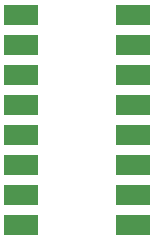
<source format=gtp>
G04 #@! TF.GenerationSoftware,KiCad,Pcbnew,9.0.6*
G04 #@! TF.CreationDate,2026-01-08T00:16:10-06:00*
G04 #@! TF.ProjectId,SMDIP-16_7.62x19.84_P2.54,534d4449-502d-4313-965f-372e36327831,rev?*
G04 #@! TF.SameCoordinates,Original*
G04 #@! TF.FileFunction,Paste,Top*
G04 #@! TF.FilePolarity,Positive*
%FSLAX46Y46*%
G04 Gerber Fmt 4.6, Leading zero omitted, Abs format (unit mm)*
G04 Created by KiCad (PCBNEW 9.0.6) date 2026-01-08 00:16:10*
%MOMM*%
%LPD*%
G01*
G04 APERTURE LIST*
%ADD10R,2.880000X1.700000*%
G04 APERTURE END LIST*
D10*
X129865226Y-88900000D03*
X129865226Y-91440000D03*
X129865226Y-93980000D03*
X129865226Y-96520000D03*
X129865226Y-99060000D03*
X129865226Y-101600000D03*
X129865226Y-104140000D03*
X129865226Y-106680000D03*
X139365226Y-106680000D03*
X139365226Y-104140000D03*
X139365226Y-101600000D03*
X139365226Y-99060000D03*
X139365226Y-96520000D03*
X139365226Y-93980000D03*
X139365226Y-91440000D03*
X139365226Y-88900000D03*
M02*

</source>
